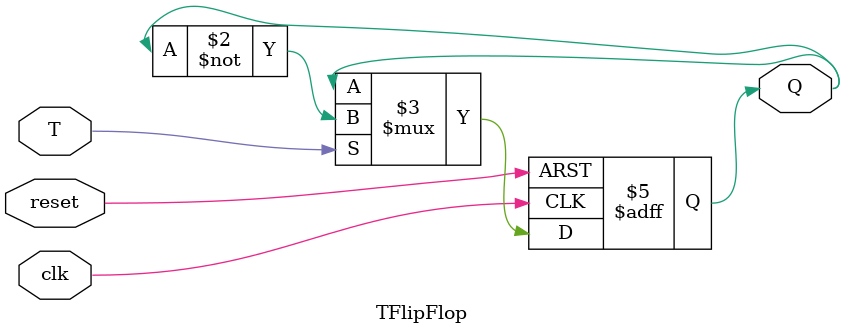
<source format=v>
`timescale 1ns / 1ps

module RippleCounter_4bit (
    input T,
    input clk,
    input reset,
    input C,
    output [3:0] Q
);
    TFlipFlop T0 (.T(T),.clk(clk),.reset(reset), .Q(Q[0]));

    TFlipFlop T1 (.T(T),.clk(C ? Q[0] : ~Q[0]), .reset(reset), .Q(Q[1]));

    TFlipFlop T2 (.T(T),.clk(C ? Q[1] : ~Q[1]),.reset(reset), .Q(Q[2]));

    TFlipFlop T3 (.T(T),.clk(C ? Q[2] : ~Q[2]), .reset(reset), .Q(Q[3]));

endmodule

module TFlipFlop (
    output reg Q,
    input T,
    input clk,
    input reset
);
    always @(posedge clk or posedge reset) begin
        if (reset)
            Q <= 0;
        else if (T)
            Q <= ~Q;
    end
endmodule


</source>
